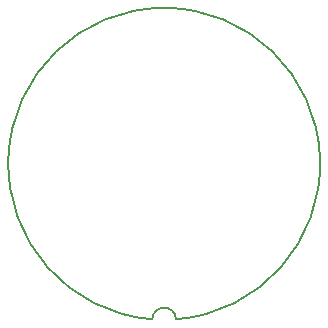
<source format=gbr>
G04 #@! TF.GenerationSoftware,KiCad,Pcbnew,(5.1.6)-1*
G04 #@! TF.CreationDate,2020-08-31T21:17:31+02:00*
G04 #@! TF.ProjectId,Freude_Touchpad,46726575-6465-45f5-946f-756368706164,rev?*
G04 #@! TF.SameCoordinates,Original*
G04 #@! TF.FileFunction,Profile,NP*
%FSLAX46Y46*%
G04 Gerber Fmt 4.6, Leading zero omitted, Abs format (unit mm)*
G04 Created by KiCad (PCBNEW (5.1.6)-1) date 2020-08-31 21:17:31*
%MOMM*%
%LPD*%
G01*
G04 APERTURE LIST*
G04 #@! TA.AperFunction,Profile*
%ADD10C,0.150000*%
G04 #@! TD*
G04 APERTURE END LIST*
D10*
X101010384Y-113165013D02*
G75*
G03*
X98989616Y-113165005I-1010384J-34987D01*
G01*
X98989615Y-113165013D02*
G75*
G02*
X101010384Y-113165013I1010385J13165013D01*
G01*
M02*

</source>
